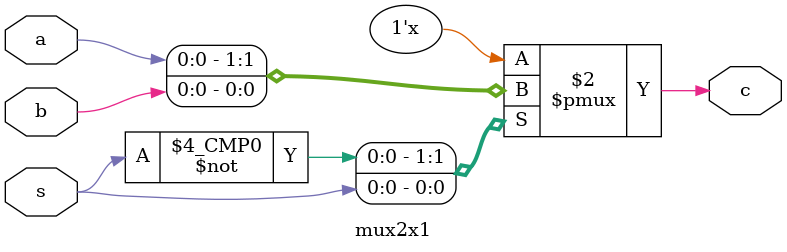
<source format=v>
module mux2x1(a, b, s, c);
	input a, b, s;
	output reg c;
	always @(*)begin
	  	case (s)
			0 : c = a;
	         	1 : c = b;
			default: c = c;
  		endcase
	end
endmodule

</source>
